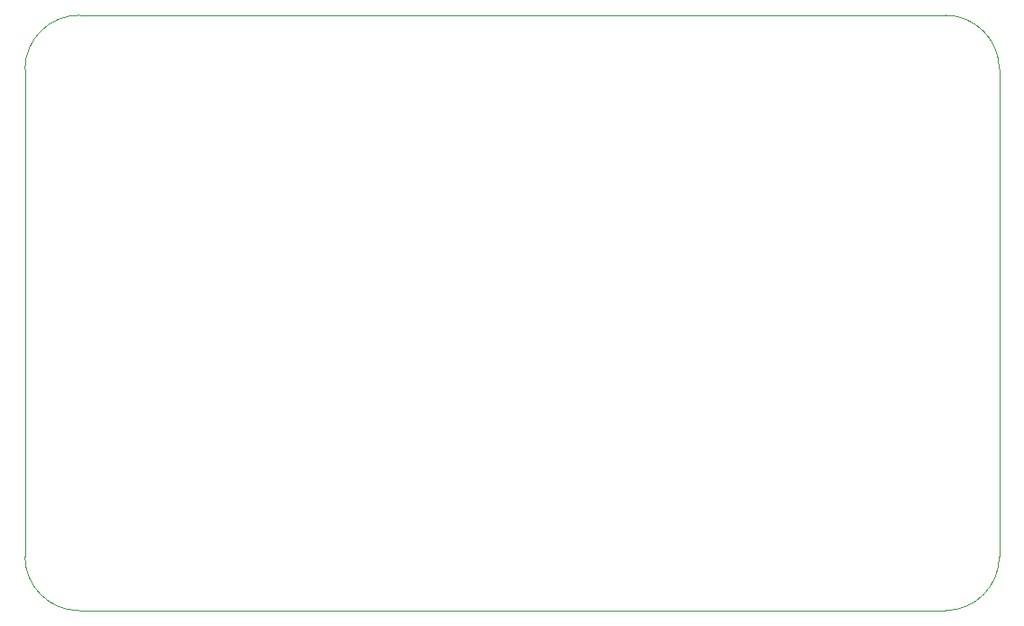
<source format=gbr>
%TF.GenerationSoftware,KiCad,Pcbnew,(6.0.2)*%
%TF.CreationDate,2022-05-26T14:59:08+01:00*%
%TF.ProjectId,kiln-pcb,6b696c6e-2d70-4636-922e-6b696361645f,rev?*%
%TF.SameCoordinates,Original*%
%TF.FileFunction,Profile,NP*%
%FSLAX46Y46*%
G04 Gerber Fmt 4.6, Leading zero omitted, Abs format (unit mm)*
G04 Created by KiCad (PCBNEW (6.0.2)) date 2022-05-26 14:59:08*
%MOMM*%
%LPD*%
G01*
G04 APERTURE LIST*
%TA.AperFunction,Profile*%
%ADD10C,0.100000*%
%TD*%
G04 APERTURE END LIST*
D10*
X76200000Y-50800000D02*
X157480000Y-50800000D01*
X76200000Y-50800000D02*
G75*
G03*
X71120000Y-55880000I2J-5080002D01*
G01*
X76200000Y-106680000D02*
X157480000Y-106680000D01*
X162560000Y-55880000D02*
G75*
G03*
X157480000Y-50800000I-5080002J-2D01*
G01*
X162560000Y-55880000D02*
X162560000Y-101600000D01*
X71120000Y-101600000D02*
G75*
G03*
X76200000Y-106680000I5080002J2D01*
G01*
X71120000Y-55880000D02*
X71120000Y-101600000D01*
X157480000Y-106680000D02*
G75*
G03*
X162560000Y-101600000I-2J5080002D01*
G01*
M02*

</source>
